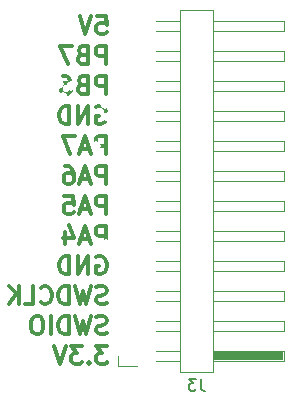
<source format=gbr>
%TF.GenerationSoftware,KiCad,Pcbnew,6.0.5-2.fc36*%
%TF.CreationDate,2022-06-13T15:26:01-05:00*%
%TF.ProjectId,left,6c656674-2e6b-4696-9361-645f70636258,rev?*%
%TF.SameCoordinates,Original*%
%TF.FileFunction,Legend,Bot*%
%TF.FilePolarity,Positive*%
%FSLAX46Y46*%
G04 Gerber Fmt 4.6, Leading zero omitted, Abs format (unit mm)*
G04 Created by KiCad (PCBNEW 6.0.5-2.fc36) date 2022-06-13 15:26:01*
%MOMM*%
%LPD*%
G01*
G04 APERTURE LIST*
%ADD10C,0.300000*%
%ADD11C,0.150000*%
%ADD12C,0.120000*%
%ADD13R,6.000000X0.760000*%
%ADD14C,0.650000*%
%ADD15O,1.000000X1.600000*%
%ADD16O,1.000000X2.100000*%
%ADD17C,0.800000*%
%ADD18O,1.600000X2.000000*%
%ADD19C,4.000000*%
%ADD20C,1.700000*%
%ADD21C,1.900000*%
%ADD22C,2.200000*%
%ADD23R,2.500000X1.000000*%
G04 APERTURE END LIST*
D10*
X235810714Y-89983571D02*
X234882142Y-89983571D01*
X235382142Y-90555000D01*
X235167857Y-90555000D01*
X235025000Y-90626428D01*
X234953571Y-90697857D01*
X234882142Y-90840714D01*
X234882142Y-91197857D01*
X234953571Y-91340714D01*
X235025000Y-91412142D01*
X235167857Y-91483571D01*
X235596428Y-91483571D01*
X235739285Y-91412142D01*
X235810714Y-91340714D01*
X234239285Y-91340714D02*
X234167857Y-91412142D01*
X234239285Y-91483571D01*
X234310714Y-91412142D01*
X234239285Y-91340714D01*
X234239285Y-91483571D01*
X233667857Y-89983571D02*
X232739285Y-89983571D01*
X233239285Y-90555000D01*
X233025000Y-90555000D01*
X232882142Y-90626428D01*
X232810714Y-90697857D01*
X232739285Y-90840714D01*
X232739285Y-91197857D01*
X232810714Y-91340714D01*
X232882142Y-91412142D01*
X233025000Y-91483571D01*
X233453571Y-91483571D01*
X233596428Y-91412142D01*
X233667857Y-91340714D01*
X232310714Y-89983571D02*
X231810714Y-91483571D01*
X231310714Y-89983571D01*
X235739285Y-88872142D02*
X235525000Y-88943571D01*
X235167857Y-88943571D01*
X235025000Y-88872142D01*
X234953571Y-88800714D01*
X234882142Y-88657857D01*
X234882142Y-88515000D01*
X234953571Y-88372142D01*
X235025000Y-88300714D01*
X235167857Y-88229285D01*
X235453571Y-88157857D01*
X235596428Y-88086428D01*
X235667857Y-88015000D01*
X235739285Y-87872142D01*
X235739285Y-87729285D01*
X235667857Y-87586428D01*
X235596428Y-87515000D01*
X235453571Y-87443571D01*
X235096428Y-87443571D01*
X234882142Y-87515000D01*
X234382142Y-87443571D02*
X234025000Y-88943571D01*
X233739285Y-87872142D01*
X233453571Y-88943571D01*
X233096428Y-87443571D01*
X232525000Y-88943571D02*
X232525000Y-87443571D01*
X232167857Y-87443571D01*
X231953571Y-87515000D01*
X231810714Y-87657857D01*
X231739285Y-87800714D01*
X231667857Y-88086428D01*
X231667857Y-88300714D01*
X231739285Y-88586428D01*
X231810714Y-88729285D01*
X231953571Y-88872142D01*
X232167857Y-88943571D01*
X232525000Y-88943571D01*
X231025000Y-88943571D02*
X231025000Y-87443571D01*
X230025000Y-87443571D02*
X229739285Y-87443571D01*
X229596428Y-87515000D01*
X229453571Y-87657857D01*
X229382142Y-87943571D01*
X229382142Y-88443571D01*
X229453571Y-88729285D01*
X229596428Y-88872142D01*
X229739285Y-88943571D01*
X230025000Y-88943571D01*
X230167857Y-88872142D01*
X230310714Y-88729285D01*
X230382142Y-88443571D01*
X230382142Y-87943571D01*
X230310714Y-87657857D01*
X230167857Y-87515000D01*
X230025000Y-87443571D01*
X235667857Y-73703571D02*
X235667857Y-72203571D01*
X235096428Y-72203571D01*
X234953571Y-72275000D01*
X234882142Y-72346428D01*
X234810714Y-72489285D01*
X234810714Y-72703571D01*
X234882142Y-72846428D01*
X234953571Y-72917857D01*
X235096428Y-72989285D01*
X235667857Y-72989285D01*
X234239285Y-73275000D02*
X233525000Y-73275000D01*
X234382142Y-73703571D02*
X233882142Y-72203571D01*
X233382142Y-73703571D01*
X233025000Y-72203571D02*
X232025000Y-72203571D01*
X232667857Y-73703571D01*
X235667857Y-76243571D02*
X235667857Y-74743571D01*
X235096428Y-74743571D01*
X234953571Y-74815000D01*
X234882142Y-74886428D01*
X234810714Y-75029285D01*
X234810714Y-75243571D01*
X234882142Y-75386428D01*
X234953571Y-75457857D01*
X235096428Y-75529285D01*
X235667857Y-75529285D01*
X234239285Y-75815000D02*
X233525000Y-75815000D01*
X234382142Y-76243571D02*
X233882142Y-74743571D01*
X233382142Y-76243571D01*
X232239285Y-74743571D02*
X232525000Y-74743571D01*
X232667857Y-74815000D01*
X232739285Y-74886428D01*
X232882142Y-75100714D01*
X232953571Y-75386428D01*
X232953571Y-75957857D01*
X232882142Y-76100714D01*
X232810714Y-76172142D01*
X232667857Y-76243571D01*
X232382142Y-76243571D01*
X232239285Y-76172142D01*
X232167857Y-76100714D01*
X232096428Y-75957857D01*
X232096428Y-75600714D01*
X232167857Y-75457857D01*
X232239285Y-75386428D01*
X232382142Y-75315000D01*
X232667857Y-75315000D01*
X232810714Y-75386428D01*
X232882142Y-75457857D01*
X232953571Y-75600714D01*
X234882142Y-82435000D02*
X235025000Y-82363571D01*
X235239285Y-82363571D01*
X235453571Y-82435000D01*
X235596428Y-82577857D01*
X235667857Y-82720714D01*
X235739285Y-83006428D01*
X235739285Y-83220714D01*
X235667857Y-83506428D01*
X235596428Y-83649285D01*
X235453571Y-83792142D01*
X235239285Y-83863571D01*
X235096428Y-83863571D01*
X234882142Y-83792142D01*
X234810714Y-83720714D01*
X234810714Y-83220714D01*
X235096428Y-83220714D01*
X234167857Y-83863571D02*
X234167857Y-82363571D01*
X233310714Y-83863571D01*
X233310714Y-82363571D01*
X232596428Y-83863571D02*
X232596428Y-82363571D01*
X232239285Y-82363571D01*
X232025000Y-82435000D01*
X231882142Y-82577857D01*
X231810714Y-82720714D01*
X231739285Y-83006428D01*
X231739285Y-83220714D01*
X231810714Y-83506428D01*
X231882142Y-83649285D01*
X232025000Y-83792142D01*
X232239285Y-83863571D01*
X232596428Y-83863571D01*
X235667857Y-66083571D02*
X235667857Y-64583571D01*
X235096428Y-64583571D01*
X234953571Y-64655000D01*
X234882142Y-64726428D01*
X234810714Y-64869285D01*
X234810714Y-65083571D01*
X234882142Y-65226428D01*
X234953571Y-65297857D01*
X235096428Y-65369285D01*
X235667857Y-65369285D01*
X233667857Y-65297857D02*
X233453571Y-65369285D01*
X233382142Y-65440714D01*
X233310714Y-65583571D01*
X233310714Y-65797857D01*
X233382142Y-65940714D01*
X233453571Y-66012142D01*
X233596428Y-66083571D01*
X234167857Y-66083571D01*
X234167857Y-64583571D01*
X233667857Y-64583571D01*
X233525000Y-64655000D01*
X233453571Y-64726428D01*
X233382142Y-64869285D01*
X233382142Y-65012142D01*
X233453571Y-65155000D01*
X233525000Y-65226428D01*
X233667857Y-65297857D01*
X234167857Y-65297857D01*
X232810714Y-64583571D02*
X231810714Y-64583571D01*
X232453571Y-66083571D01*
X235667857Y-68623571D02*
X235667857Y-67123571D01*
X235096428Y-67123571D01*
X234953571Y-67195000D01*
X234882142Y-67266428D01*
X234810714Y-67409285D01*
X234810714Y-67623571D01*
X234882142Y-67766428D01*
X234953571Y-67837857D01*
X235096428Y-67909285D01*
X235667857Y-67909285D01*
X233667857Y-67837857D02*
X233453571Y-67909285D01*
X233382142Y-67980714D01*
X233310714Y-68123571D01*
X233310714Y-68337857D01*
X233382142Y-68480714D01*
X233453571Y-68552142D01*
X233596428Y-68623571D01*
X234167857Y-68623571D01*
X234167857Y-67123571D01*
X233667857Y-67123571D01*
X233525000Y-67195000D01*
X233453571Y-67266428D01*
X233382142Y-67409285D01*
X233382142Y-67552142D01*
X233453571Y-67695000D01*
X233525000Y-67766428D01*
X233667857Y-67837857D01*
X234167857Y-67837857D01*
X232025000Y-67123571D02*
X232310714Y-67123571D01*
X232453571Y-67195000D01*
X232525000Y-67266428D01*
X232667857Y-67480714D01*
X232739285Y-67766428D01*
X232739285Y-68337857D01*
X232667857Y-68480714D01*
X232596428Y-68552142D01*
X232453571Y-68623571D01*
X232167857Y-68623571D01*
X232025000Y-68552142D01*
X231953571Y-68480714D01*
X231882142Y-68337857D01*
X231882142Y-67980714D01*
X231953571Y-67837857D01*
X232025000Y-67766428D01*
X232167857Y-67695000D01*
X232453571Y-67695000D01*
X232596428Y-67766428D01*
X232667857Y-67837857D01*
X232739285Y-67980714D01*
X234953571Y-62043571D02*
X235667857Y-62043571D01*
X235739285Y-62757857D01*
X235667857Y-62686428D01*
X235525000Y-62615000D01*
X235167857Y-62615000D01*
X235025000Y-62686428D01*
X234953571Y-62757857D01*
X234882142Y-62900714D01*
X234882142Y-63257857D01*
X234953571Y-63400714D01*
X235025000Y-63472142D01*
X235167857Y-63543571D01*
X235525000Y-63543571D01*
X235667857Y-63472142D01*
X235739285Y-63400714D01*
X234453571Y-62043571D02*
X233953571Y-63543571D01*
X233453571Y-62043571D01*
X234882142Y-69735000D02*
X235025000Y-69663571D01*
X235239285Y-69663571D01*
X235453571Y-69735000D01*
X235596428Y-69877857D01*
X235667857Y-70020714D01*
X235739285Y-70306428D01*
X235739285Y-70520714D01*
X235667857Y-70806428D01*
X235596428Y-70949285D01*
X235453571Y-71092142D01*
X235239285Y-71163571D01*
X235096428Y-71163571D01*
X234882142Y-71092142D01*
X234810714Y-71020714D01*
X234810714Y-70520714D01*
X235096428Y-70520714D01*
X234167857Y-71163571D02*
X234167857Y-69663571D01*
X233310714Y-71163571D01*
X233310714Y-69663571D01*
X232596428Y-71163571D02*
X232596428Y-69663571D01*
X232239285Y-69663571D01*
X232025000Y-69735000D01*
X231882142Y-69877857D01*
X231810714Y-70020714D01*
X231739285Y-70306428D01*
X231739285Y-70520714D01*
X231810714Y-70806428D01*
X231882142Y-70949285D01*
X232025000Y-71092142D01*
X232239285Y-71163571D01*
X232596428Y-71163571D01*
X235667857Y-78783571D02*
X235667857Y-77283571D01*
X235096428Y-77283571D01*
X234953571Y-77355000D01*
X234882142Y-77426428D01*
X234810714Y-77569285D01*
X234810714Y-77783571D01*
X234882142Y-77926428D01*
X234953571Y-77997857D01*
X235096428Y-78069285D01*
X235667857Y-78069285D01*
X234239285Y-78355000D02*
X233525000Y-78355000D01*
X234382142Y-78783571D02*
X233882142Y-77283571D01*
X233382142Y-78783571D01*
X232167857Y-77283571D02*
X232882142Y-77283571D01*
X232953571Y-77997857D01*
X232882142Y-77926428D01*
X232739285Y-77855000D01*
X232382142Y-77855000D01*
X232239285Y-77926428D01*
X232167857Y-77997857D01*
X232096428Y-78140714D01*
X232096428Y-78497857D01*
X232167857Y-78640714D01*
X232239285Y-78712142D01*
X232382142Y-78783571D01*
X232739285Y-78783571D01*
X232882142Y-78712142D01*
X232953571Y-78640714D01*
X235739285Y-86332142D02*
X235525000Y-86403571D01*
X235167857Y-86403571D01*
X235025000Y-86332142D01*
X234953571Y-86260714D01*
X234882142Y-86117857D01*
X234882142Y-85975000D01*
X234953571Y-85832142D01*
X235025000Y-85760714D01*
X235167857Y-85689285D01*
X235453571Y-85617857D01*
X235596428Y-85546428D01*
X235667857Y-85475000D01*
X235739285Y-85332142D01*
X235739285Y-85189285D01*
X235667857Y-85046428D01*
X235596428Y-84975000D01*
X235453571Y-84903571D01*
X235096428Y-84903571D01*
X234882142Y-84975000D01*
X234382142Y-84903571D02*
X234025000Y-86403571D01*
X233739285Y-85332142D01*
X233453571Y-86403571D01*
X233096428Y-84903571D01*
X232525000Y-86403571D02*
X232525000Y-84903571D01*
X232167857Y-84903571D01*
X231953571Y-84975000D01*
X231810714Y-85117857D01*
X231739285Y-85260714D01*
X231667857Y-85546428D01*
X231667857Y-85760714D01*
X231739285Y-86046428D01*
X231810714Y-86189285D01*
X231953571Y-86332142D01*
X232167857Y-86403571D01*
X232525000Y-86403571D01*
X230167857Y-86260714D02*
X230239285Y-86332142D01*
X230453571Y-86403571D01*
X230596428Y-86403571D01*
X230810714Y-86332142D01*
X230953571Y-86189285D01*
X231025000Y-86046428D01*
X231096428Y-85760714D01*
X231096428Y-85546428D01*
X231025000Y-85260714D01*
X230953571Y-85117857D01*
X230810714Y-84975000D01*
X230596428Y-84903571D01*
X230453571Y-84903571D01*
X230239285Y-84975000D01*
X230167857Y-85046428D01*
X228810714Y-86403571D02*
X229525000Y-86403571D01*
X229525000Y-84903571D01*
X228310714Y-86403571D02*
X228310714Y-84903571D01*
X227453571Y-86403571D02*
X228096428Y-85546428D01*
X227453571Y-84903571D02*
X228310714Y-85760714D01*
X235667857Y-81323571D02*
X235667857Y-79823571D01*
X235096428Y-79823571D01*
X234953571Y-79895000D01*
X234882142Y-79966428D01*
X234810714Y-80109285D01*
X234810714Y-80323571D01*
X234882142Y-80466428D01*
X234953571Y-80537857D01*
X235096428Y-80609285D01*
X235667857Y-80609285D01*
X234239285Y-80895000D02*
X233525000Y-80895000D01*
X234382142Y-81323571D02*
X233882142Y-79823571D01*
X233382142Y-81323571D01*
X232239285Y-80323571D02*
X232239285Y-81323571D01*
X232596428Y-79752142D02*
X232953571Y-80823571D01*
X232025000Y-80823571D01*
D11*
%TO.C,J3*%
X243693333Y-92727380D02*
X243693333Y-93441666D01*
X243740952Y-93584523D01*
X243836190Y-93679761D01*
X243979047Y-93727380D01*
X244074285Y-93727380D01*
X243312380Y-92727380D02*
X242693333Y-92727380D01*
X243026666Y-93108333D01*
X242883809Y-93108333D01*
X242788571Y-93155952D01*
X242740952Y-93203571D01*
X242693333Y-93298809D01*
X242693333Y-93536904D01*
X242740952Y-93632142D01*
X242788571Y-93679761D01*
X242883809Y-93727380D01*
X243169523Y-93727380D01*
X243264761Y-93679761D01*
X243312380Y-93632142D01*
D12*
X239885000Y-90365000D02*
X241995000Y-90365000D01*
X239885000Y-73465000D02*
X241995000Y-73465000D01*
X250735000Y-87825000D02*
X244735000Y-87825000D01*
X250735000Y-83625000D02*
X250735000Y-82745000D01*
X250735000Y-91245000D02*
X250735000Y-90365000D01*
X239885000Y-63305000D02*
X241995000Y-63305000D01*
X239885000Y-67505000D02*
X241995000Y-67505000D01*
X250735000Y-70925000D02*
X250735000Y-70045000D01*
X250735000Y-62425000D02*
X244735000Y-62425000D01*
X250735000Y-82745000D02*
X244735000Y-82745000D01*
X244735000Y-91245000D02*
X250735000Y-91245000D01*
X239885000Y-87825000D02*
X241995000Y-87825000D01*
X236745000Y-91625000D02*
X238315000Y-91625000D01*
X244735000Y-61475000D02*
X241995000Y-61475000D01*
X241995000Y-61475000D02*
X241995000Y-92195000D01*
X250735000Y-85285000D02*
X244735000Y-85285000D01*
X239885000Y-72585000D02*
X241995000Y-72585000D01*
X244735000Y-92195000D02*
X244735000Y-61475000D01*
X250735000Y-86165000D02*
X250735000Y-85285000D01*
X244735000Y-81085000D02*
X250735000Y-81085000D01*
X250735000Y-76005000D02*
X250735000Y-75125000D01*
X250735000Y-90365000D02*
X244735000Y-90365000D01*
X244735000Y-73465000D02*
X250735000Y-73465000D01*
X239885000Y-80205000D02*
X241995000Y-80205000D01*
X239885000Y-82745000D02*
X241995000Y-82745000D01*
X239885000Y-62425000D02*
X241995000Y-62425000D01*
X250735000Y-80205000D02*
X244735000Y-80205000D01*
X244735000Y-88705000D02*
X250735000Y-88705000D01*
X239885000Y-64965000D02*
X241995000Y-64965000D01*
X241995000Y-92195000D02*
X244735000Y-92195000D01*
X250735000Y-88705000D02*
X250735000Y-87825000D01*
X244735000Y-83625000D02*
X250735000Y-83625000D01*
X244735000Y-63305000D02*
X250735000Y-63305000D01*
X239885000Y-78545000D02*
X241995000Y-78545000D01*
X244735000Y-68385000D02*
X250735000Y-68385000D01*
X236745000Y-90805000D02*
X236745000Y-91625000D01*
X239885000Y-68385000D02*
X241995000Y-68385000D01*
X239885000Y-91245000D02*
X241995000Y-91245000D01*
X250735000Y-78545000D02*
X250735000Y-77665000D01*
X250735000Y-70045000D02*
X244735000Y-70045000D01*
X244735000Y-76005000D02*
X250735000Y-76005000D01*
X250735000Y-72585000D02*
X244735000Y-72585000D01*
X250735000Y-81085000D02*
X250735000Y-80205000D01*
X250735000Y-67505000D02*
X244735000Y-67505000D01*
X239885000Y-77665000D02*
X241995000Y-77665000D01*
X244735000Y-86165000D02*
X250735000Y-86165000D01*
X250735000Y-68385000D02*
X250735000Y-67505000D01*
X239885000Y-70925000D02*
X241995000Y-70925000D01*
X239885000Y-83625000D02*
X241995000Y-83625000D01*
X239885000Y-65845000D02*
X241995000Y-65845000D01*
X239885000Y-81085000D02*
X241995000Y-81085000D01*
X239885000Y-70045000D02*
X241995000Y-70045000D01*
X250735000Y-64965000D02*
X244735000Y-64965000D01*
X239885000Y-88705000D02*
X241995000Y-88705000D01*
X244735000Y-78545000D02*
X250735000Y-78545000D01*
X244735000Y-65845000D02*
X250735000Y-65845000D01*
X250735000Y-63305000D02*
X250735000Y-62425000D01*
X239885000Y-75125000D02*
X241995000Y-75125000D01*
X250735000Y-73465000D02*
X250735000Y-72585000D01*
X250735000Y-65845000D02*
X250735000Y-64965000D01*
X250735000Y-77665000D02*
X244735000Y-77665000D01*
X244735000Y-70925000D02*
X250735000Y-70925000D01*
X239885000Y-86165000D02*
X241995000Y-86165000D01*
X250735000Y-75125000D02*
X244735000Y-75125000D01*
X239885000Y-76005000D02*
X241995000Y-76005000D01*
X239885000Y-85285000D02*
X241995000Y-85285000D01*
%TD*%
D13*
%TO.C,J3*%
X247735000Y-90805000D03*
%TD*%
%LPC*%
D14*
%TO.C,J1*%
X227680000Y-53400000D03*
X221900000Y-53400000D03*
D15*
X229110000Y-49750000D03*
D16*
X229110000Y-53930000D03*
X220470000Y-53930000D03*
D15*
X220470000Y-49750000D03*
%TD*%
D17*
%TO.C,J2*%
X237363000Y-49860000D03*
X237363000Y-56860000D03*
D18*
X235063000Y-59560000D03*
X239663000Y-58460000D03*
X239663000Y-54460000D03*
X239663000Y-51460000D03*
%TD*%
D19*
%TO.C,SW3*%
X114300000Y-66675000D03*
D20*
X109220000Y-66675000D03*
X119380000Y-66675000D03*
D21*
X119800000Y-66675000D03*
X108800000Y-66675000D03*
D22*
X119400000Y-62775000D03*
X110490000Y-64135000D03*
X114300000Y-60775000D03*
X116840000Y-61595000D03*
%TD*%
D21*
%TO.C,SW24*%
X186475000Y-111125000D03*
D19*
X180975000Y-111125000D03*
D20*
X175895000Y-111125000D03*
D21*
X175475000Y-111125000D03*
D20*
X186055000Y-111125000D03*
D22*
X186075000Y-107225000D03*
X177165000Y-108585000D03*
X183515000Y-106045000D03*
X180975000Y-105225000D03*
%TD*%
D21*
%TO.C,SW34*%
X194525000Y-113665000D03*
D20*
X205105000Y-113665000D03*
X194945000Y-113665000D03*
D21*
X205525000Y-113665000D03*
D19*
X200025000Y-113665000D03*
D22*
X196215000Y-111125000D03*
X205125000Y-109765000D03*
X202565000Y-108585000D03*
X200025000Y-107765000D03*
%TD*%
D21*
%TO.C,SW33*%
X196000000Y-92075000D03*
X185000000Y-92075000D03*
D20*
X185420000Y-92075000D03*
D19*
X190500000Y-92075000D03*
D20*
X195580000Y-92075000D03*
D22*
X186690000Y-89535000D03*
X195600000Y-88175000D03*
X190500000Y-86175000D03*
X193040000Y-86995000D03*
%TD*%
D21*
%TO.C,SW32*%
X196000000Y-73025000D03*
X185000000Y-73025000D03*
D20*
X195580000Y-73025000D03*
X185420000Y-73025000D03*
D19*
X190500000Y-73025000D03*
D22*
X186690000Y-70485000D03*
X195600000Y-69125000D03*
X193040000Y-67945000D03*
X190500000Y-67125000D03*
%TD*%
D20*
%TO.C,SW31*%
X195580000Y-53975000D03*
X185420000Y-53975000D03*
D19*
X190500000Y-53975000D03*
D21*
X196000000Y-53975000D03*
X185000000Y-53975000D03*
D22*
X186690000Y-51435000D03*
X195600000Y-50075000D03*
X193040000Y-48895000D03*
X190500000Y-48075000D03*
%TD*%
D20*
%TO.C,SW23*%
X176530000Y-89535000D03*
D19*
X171450000Y-89535000D03*
D20*
X166370000Y-89535000D03*
D21*
X176950000Y-89535000D03*
X165950000Y-89535000D03*
D22*
X167640000Y-86995000D03*
X176550000Y-85635000D03*
X171450000Y-83635000D03*
X173990000Y-84455000D03*
%TD*%
D20*
%TO.C,SW22*%
X176530000Y-70485000D03*
D21*
X165950000Y-70485000D03*
X176950000Y-70485000D03*
D20*
X166370000Y-70485000D03*
D19*
X171450000Y-70485000D03*
D22*
X167640000Y-67945000D03*
X176550000Y-66585000D03*
X173990000Y-65405000D03*
X171450000Y-64585000D03*
%TD*%
D19*
%TO.C,SW21*%
X171450000Y-51435000D03*
D21*
X165950000Y-51435000D03*
D20*
X166370000Y-51435000D03*
X176530000Y-51435000D03*
D21*
X176950000Y-51435000D03*
D22*
X167640000Y-48895000D03*
X176550000Y-47535000D03*
X171450000Y-45535000D03*
X173990000Y-46355000D03*
%TD*%
D21*
%TO.C,SW19*%
X127850000Y-102235000D03*
X138850000Y-102235000D03*
D20*
X138430000Y-102235000D03*
D19*
X133350000Y-102235000D03*
D20*
X128270000Y-102235000D03*
D22*
X129540000Y-99695000D03*
X138450000Y-98335000D03*
X133350000Y-96335000D03*
X135890000Y-97155000D03*
%TD*%
D21*
%TO.C,SW18*%
X138850000Y-83185000D03*
D19*
X133350000Y-83185000D03*
D21*
X127850000Y-83185000D03*
D20*
X128270000Y-83185000D03*
X138430000Y-83185000D03*
D22*
X138450000Y-79285000D03*
X129540000Y-80645000D03*
X133350000Y-77285000D03*
X135890000Y-78105000D03*
%TD*%
D20*
%TO.C,SW17*%
X128270000Y-64135000D03*
D21*
X127850000Y-64135000D03*
D20*
X138430000Y-64135000D03*
D21*
X138850000Y-64135000D03*
D19*
X133350000Y-64135000D03*
D22*
X129540000Y-61595000D03*
X138450000Y-60235000D03*
X135890000Y-59055000D03*
X133350000Y-58235000D03*
%TD*%
D20*
%TO.C,SW14*%
X214630000Y-94615000D03*
D21*
X215050000Y-94615000D03*
D20*
X204470000Y-94615000D03*
D19*
X209550000Y-94615000D03*
D21*
X204050000Y-94615000D03*
D22*
X205740000Y-92075000D03*
X214650000Y-90715000D03*
X209550000Y-88715000D03*
X212090000Y-89535000D03*
%TD*%
D20*
%TO.C,SW12*%
X204470000Y-56515000D03*
D21*
X215050000Y-56515000D03*
D19*
X209550000Y-56515000D03*
D20*
X214630000Y-56515000D03*
D21*
X204050000Y-56515000D03*
D22*
X214650000Y-52615000D03*
X205740000Y-53975000D03*
X209550000Y-50615000D03*
X212090000Y-51435000D03*
%TD*%
D20*
%TO.C,SW10*%
X167005000Y-111125000D03*
X156845000Y-111125000D03*
D21*
X167425000Y-111125000D03*
X156425000Y-111125000D03*
D19*
X161925000Y-111125000D03*
D22*
X158115000Y-108585000D03*
X167025000Y-107225000D03*
X164465000Y-106045000D03*
X161925000Y-105225000D03*
%TD*%
D21*
%TO.C,SW9*%
X146900000Y-92075000D03*
D19*
X152400000Y-92075000D03*
D20*
X147320000Y-92075000D03*
X157480000Y-92075000D03*
D21*
X157900000Y-92075000D03*
D22*
X157500000Y-88175000D03*
X148590000Y-89535000D03*
X154940000Y-86995000D03*
X152400000Y-86175000D03*
%TD*%
D20*
%TO.C,SW8*%
X157480000Y-73025000D03*
D19*
X152400000Y-73025000D03*
D21*
X146900000Y-73025000D03*
D20*
X147320000Y-73025000D03*
D21*
X157900000Y-73025000D03*
D22*
X148590000Y-70485000D03*
X157500000Y-69125000D03*
X152400000Y-67125000D03*
X154940000Y-67945000D03*
%TD*%
D20*
%TO.C,SW13*%
X204470000Y-75565000D03*
D19*
X209550000Y-75565000D03*
D21*
X204050000Y-75565000D03*
X215050000Y-75565000D03*
D20*
X214630000Y-75565000D03*
D22*
X205740000Y-73025000D03*
X214650000Y-71665000D03*
X212090000Y-70485000D03*
X209550000Y-69665000D03*
%TD*%
D19*
%TO.C,SW7*%
X152400000Y-53975000D03*
D21*
X146900000Y-53975000D03*
D20*
X147320000Y-53975000D03*
X157480000Y-53975000D03*
D21*
X157900000Y-53975000D03*
D22*
X148590000Y-51435000D03*
X157500000Y-50075000D03*
X152400000Y-48075000D03*
X154940000Y-48895000D03*
%TD*%
D19*
%TO.C,SW5*%
X114300000Y-104775000D03*
D20*
X109220000Y-104775000D03*
D21*
X119800000Y-104775000D03*
X108800000Y-104775000D03*
D20*
X119380000Y-104775000D03*
D22*
X110490000Y-102235000D03*
X119400000Y-100875000D03*
X114300000Y-98875000D03*
X116840000Y-99695000D03*
%TD*%
D20*
%TO.C,SW4*%
X109220000Y-85725000D03*
D21*
X119800000Y-85725000D03*
D19*
X114300000Y-85725000D03*
D20*
X119380000Y-85725000D03*
D21*
X108800000Y-85725000D03*
D22*
X110490000Y-83185000D03*
X119400000Y-81825000D03*
X114300000Y-79825000D03*
X116840000Y-80645000D03*
%TD*%
D21*
%TO.C,SW15*%
X217708861Y-116290912D03*
X227553139Y-121199088D03*
D19*
X222631000Y-118745000D03*
D20*
X227177267Y-121011685D03*
X218084733Y-116478315D03*
D22*
X228935337Y-117530365D03*
X220354643Y-114771853D03*
X225263567Y-113464887D03*
X227170818Y-115332076D03*
%TD*%
D23*
%TO.C,J3*%
X238315000Y-90805000D03*
X238315000Y-88265000D03*
X238315000Y-85725000D03*
X238315000Y-83185000D03*
X238315000Y-80645000D03*
X238315000Y-78105000D03*
X238315000Y-75565000D03*
X238315000Y-73025000D03*
X238315000Y-70485000D03*
X238315000Y-67945000D03*
X238315000Y-65405000D03*
X238315000Y-62865000D03*
%TD*%
D17*
X220726000Y-69596000D03*
X220345000Y-74422000D03*
X227965000Y-80137000D03*
X238252000Y-71755000D03*
X221996000Y-83947000D03*
X236347000Y-63627000D03*
X235712000Y-81280000D03*
X223520000Y-61214000D03*
X230505000Y-59690000D03*
X226507489Y-53279489D03*
X238315000Y-92710000D03*
X234823000Y-73025000D03*
X235966000Y-71628000D03*
X235819000Y-70592000D03*
X235616000Y-69469000D03*
X228727000Y-89118927D03*
X230505000Y-70358000D03*
X230759000Y-94706927D03*
X231295661Y-69612394D03*
X230759000Y-100294927D03*
X232035892Y-68843108D03*
X232727096Y-67934685D03*
X232791000Y-105882927D03*
X231733288Y-67744851D03*
X231039426Y-68464974D03*
X227075996Y-66802000D03*
X227035097Y-67928177D03*
X227296223Y-68893494D03*
X223773988Y-68199000D03*
X230377996Y-69215000D03*
X229743000Y-71120000D03*
X223830091Y-69450510D03*
X223647000Y-70484902D03*
M02*

</source>
